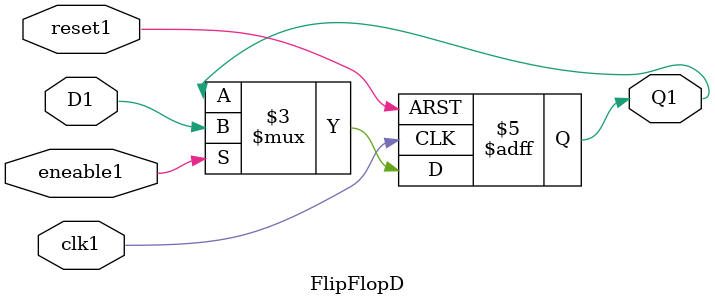
<source format=v>
module RAM(input [11:0] direccion, input cs, input we, inout[3:0] data );
    reg [3:0] valor;
    reg [3:0] ram[4095:0];
    assign data = (cs & ~we) ? valor : 4'bzzzz;
    always @(direccion, cs, we, data) begin
        if(cs & ~we) valor = ram[direccion];
        else if(cs & we) ram[direccion] = data;
    end
endmodule // Si la "cs" es 1 y "we" entonces se le asigna el valor de dataOut
          //en caso contrario la salida se mantedra en alta impedancia y se pro-
          //cedera a escribir en la localidad descrita por direccion.
//******************************************************************************
module Buffer4bits(input Eneable, input [3:0]I, output wire [3:0]Y);
  assign Y =  Eneable ? I: 4'bz ;
endmodule //El modulo realiza la operecion que mientras "Eneable" sea 0 la sali-
        //da "Y" va a estar en alta impedancia, en caso contrario sera el valor
        //que tenga en ese instante la entrada "I".
//******************************************************************************
module FlipFlopD_4b(input wire eneable2, reset2, clk2, input wire [3:0]D2, output reg [3:0]Q2);
  always @ (posedge clk2, posedge reset2) begin
    if (reset2) Q2 <= 4'b0;
    else if (eneable2) Q2 <= D2;
  end
endmodule //El modulo describe que durante el flanco positivo de "clk" va reali-
        //zar la operacion de comprobar si "reset" esta encendido o no, en caso
       //afirmativo la salida "Q" es igual a 0 sino es igual al valor en ese
      //instante de la entrada "D".
//******************************************************************************
module FlipFlopD(input wire eneable1, reset1, clk1, D1, output reg Q1);
  always @ (posedge clk1, posedge reset1) begin
    if (reset1) Q1 = 1'b0;
    else if (eneable1) Q1 = D1;
  end
endmodule //El funcionamiento de este modulo es similar al modulo "FlipFlopD_4b",
        //de este mismo archivo, a diferencia esta en que este es un FF de un so-
        //lo bit.

</source>
